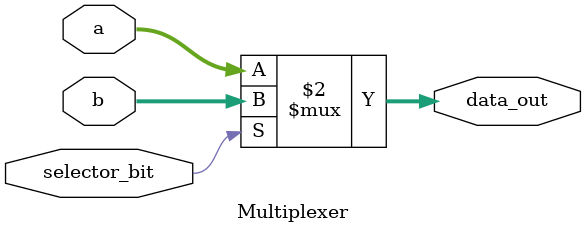
<source format=v>
module Multiplexer(a, b, selector_bit, data_out);
    input [63:0] a;         // First input data
    input [63:0] b;         // Second input data
    input selector_bit;     // Selection control
    output reg [63:0] data_out; // Output register
    
    always @(*) begin       // Combinational logic block
        data_out <= selector_bit ? b : a;  // Select b when selector=1, a when selector=0
    end
endmodule

</source>
